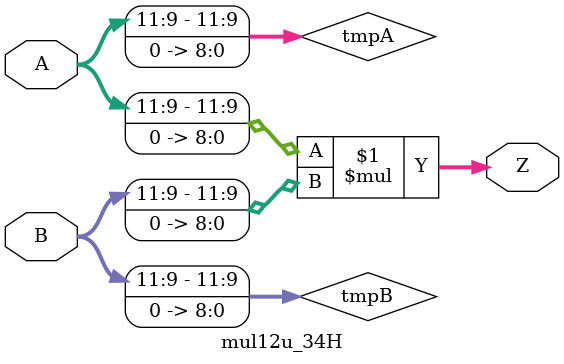
<source format=v>
/***
* This code is a part of EvoApproxLib library (ehw.fit.vutbr.cz/approxlib) distributed under The MIT License.
* When used, please cite the following article(s): PRABAKARAN B. S., MRAZEK V., VASICEK Z., SEKANINA L., SHAFIQUE M. ApproxFPGAs: Embracing ASIC-based Approximate Arithmetic Components for FPGA-Based Systems. DAC 2020. 
***/
// MAE% = 5.85 %
// MAE = 980992 
// WCE% = 23.39 %
// WCE = 3923969 
// WCRE% = 100.00 %
// EP% = 99.95 %
// MRE% = 43.11 %
// MSE = 13857.988e8 
// FPGA_POWER = 0.28
// FPGA_DELAY = 6.7
// FPGA_LUT = 5.0



module mul12u_34H(
	A, 
	B,
	Z
);

input [12-1:0] A;
input [12-1:0] B;
output [2*12-1:0] Z;

wire [12-1:0] tmpA;
wire [12-1:0] tmpB;
assign tmpA = {A[12-1:9],{9{1'b0}}};
assign tmpB = {B[12-1:9],{9{1'b0}}};
assign Z = tmpA * tmpB;
endmodule


</source>
